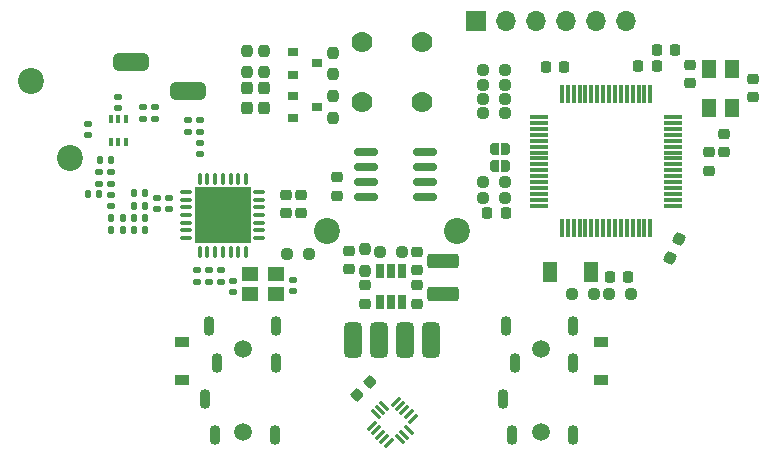
<source format=gts>
G04 #@! TF.GenerationSoftware,KiCad,Pcbnew,(6.0.0)*
G04 #@! TF.CreationDate,2022-01-15T05:03:17-05:00*
G04 #@! TF.ProjectId,spin-tgd-control,7370696e-2d74-4676-942d-636f6e74726f,rev?*
G04 #@! TF.SameCoordinates,Original*
G04 #@! TF.FileFunction,Soldermask,Top*
G04 #@! TF.FilePolarity,Negative*
%FSLAX46Y46*%
G04 Gerber Fmt 4.6, Leading zero omitted, Abs format (unit mm)*
G04 Created by KiCad (PCBNEW (6.0.0)) date 2022-01-15 05:03:17*
%MOMM*%
%LPD*%
G01*
G04 APERTURE LIST*
G04 Aperture macros list*
%AMRoundRect*
0 Rectangle with rounded corners*
0 $1 Rounding radius*
0 $2 $3 $4 $5 $6 $7 $8 $9 X,Y pos of 4 corners*
0 Add a 4 corners polygon primitive as box body*
4,1,4,$2,$3,$4,$5,$6,$7,$8,$9,$2,$3,0*
0 Add four circle primitives for the rounded corners*
1,1,$1+$1,$2,$3*
1,1,$1+$1,$4,$5*
1,1,$1+$1,$6,$7*
1,1,$1+$1,$8,$9*
0 Add four rect primitives between the rounded corners*
20,1,$1+$1,$2,$3,$4,$5,0*
20,1,$1+$1,$4,$5,$6,$7,0*
20,1,$1+$1,$6,$7,$8,$9,0*
20,1,$1+$1,$8,$9,$2,$3,0*%
%AMRotRect*
0 Rectangle, with rotation*
0 The origin of the aperture is its center*
0 $1 length*
0 $2 width*
0 $3 Rotation angle, in degrees counterclockwise*
0 Add horizontal line*
21,1,$1,$2,0,0,$3*%
%AMFreePoly0*
4,1,13,0.500000,-0.500000,0.000000,-0.500000,-0.095671,-0.480970,-0.176777,-0.426777,-0.230970,-0.345671,-0.250000,-0.250000,-0.250000,0.250000,-0.230970,0.345671,-0.176777,0.426777,-0.095671,0.480970,0.000000,0.500000,0.500000,0.500000,0.500000,-0.500000,0.500000,-0.500000,$1*%
%AMFreePoly1*
4,1,13,0.095671,0.480970,0.176777,0.426777,0.230970,0.345671,0.250000,0.250000,0.250000,-0.250000,0.230970,-0.345671,0.176777,-0.426777,0.095671,-0.480970,0.000000,-0.500000,-0.500000,-0.500000,-0.500000,0.500000,0.000000,0.500000,0.095671,0.480970,0.095671,0.480970,$1*%
G04 Aperture macros list end*
%ADD10RoundRect,0.225000X-0.225000X-0.250000X0.225000X-0.250000X0.225000X0.250000X-0.225000X0.250000X0*%
%ADD11RoundRect,0.225000X0.250000X-0.225000X0.250000X0.225000X-0.250000X0.225000X-0.250000X-0.225000X0*%
%ADD12RoundRect,0.225000X-0.250000X0.225000X-0.250000X-0.225000X0.250000X-0.225000X0.250000X0.225000X0*%
%ADD13RoundRect,0.140000X0.170000X-0.140000X0.170000X0.140000X-0.170000X0.140000X-0.170000X-0.140000X0*%
%ADD14RoundRect,0.140000X-0.170000X0.140000X-0.170000X-0.140000X0.170000X-0.140000X0.170000X0.140000X0*%
%ADD15RoundRect,0.250000X1.075000X-0.375000X1.075000X0.375000X-1.075000X0.375000X-1.075000X-0.375000X0*%
%ADD16R,0.900000X0.800000*%
%ADD17RoundRect,0.237500X0.250000X0.237500X-0.250000X0.237500X-0.250000X-0.237500X0.250000X-0.237500X0*%
%ADD18RoundRect,0.237500X-0.237500X0.250000X-0.237500X-0.250000X0.237500X-0.250000X0.237500X0.250000X0*%
%ADD19R,0.650000X1.220000*%
%ADD20RotRect,1.000000X0.300000X45.000000*%
%ADD21RotRect,0.300000X1.000000X45.000000*%
%ADD22RoundRect,0.075000X0.075000X-0.425000X0.075000X0.425000X-0.075000X0.425000X-0.075000X-0.425000X0*%
%ADD23RoundRect,0.075000X0.425000X-0.075000X0.425000X0.075000X-0.425000X0.075000X-0.425000X-0.075000X0*%
%ADD24R,4.800000X4.800000*%
%ADD25R,1.400000X1.200000*%
%ADD26C,1.778000*%
%ADD27RoundRect,0.237500X-0.098116X0.330574X-0.325112X-0.114929X0.098116X-0.330574X0.325112X0.114929X0*%
%ADD28C,2.200000*%
%ADD29R,1.300000X1.600000*%
%ADD30RoundRect,0.140000X0.140000X0.170000X-0.140000X0.170000X-0.140000X-0.170000X0.140000X-0.170000X0*%
%ADD31R,1.200000X0.900000*%
%ADD32RoundRect,0.375000X1.125000X-0.375000X1.125000X0.375000X-1.125000X0.375000X-1.125000X-0.375000X0*%
%ADD33C,1.500000*%
%ADD34O,0.900000X1.700000*%
%ADD35RoundRect,0.150000X-0.825000X-0.150000X0.825000X-0.150000X0.825000X0.150000X-0.825000X0.150000X0*%
%ADD36RoundRect,0.375000X-0.375000X-1.125000X0.375000X-1.125000X0.375000X1.125000X-0.375000X1.125000X0*%
%ADD37RoundRect,0.147500X0.172500X-0.147500X0.172500X0.147500X-0.172500X0.147500X-0.172500X-0.147500X0*%
%ADD38R,1.700000X1.700000*%
%ADD39O,1.700000X1.700000*%
%ADD40RoundRect,0.135000X0.185000X-0.135000X0.185000X0.135000X-0.185000X0.135000X-0.185000X-0.135000X0*%
%ADD41RoundRect,0.225000X0.225000X0.250000X-0.225000X0.250000X-0.225000X-0.250000X0.225000X-0.250000X0*%
%ADD42R,1.300000X1.700000*%
%ADD43RoundRect,0.147500X-0.147500X-0.172500X0.147500X-0.172500X0.147500X0.172500X-0.147500X0.172500X0*%
%ADD44RoundRect,0.237500X-0.250000X-0.237500X0.250000X-0.237500X0.250000X0.237500X-0.250000X0.237500X0*%
%ADD45FreePoly0,0.000000*%
%ADD46FreePoly1,0.000000*%
%ADD47RoundRect,0.237500X0.237500X-0.287500X0.237500X0.287500X-0.237500X0.287500X-0.237500X-0.287500X0*%
%ADD48RoundRect,0.147500X0.147500X0.172500X-0.147500X0.172500X-0.147500X-0.172500X0.147500X-0.172500X0*%
%ADD49RoundRect,0.075000X0.700000X0.075000X-0.700000X0.075000X-0.700000X-0.075000X0.700000X-0.075000X0*%
%ADD50RoundRect,0.075000X0.075000X0.700000X-0.075000X0.700000X-0.075000X-0.700000X0.075000X-0.700000X0*%
%ADD51R,0.400000X0.650000*%
%ADD52RoundRect,0.225000X0.017678X-0.335876X0.335876X-0.017678X-0.017678X0.335876X-0.335876X0.017678X0*%
G04 APERTURE END LIST*
D10*
X18412500Y-22900000D03*
X19962500Y-22900000D03*
D11*
X-2300000Y-25135000D03*
X-2300000Y-23585000D03*
D12*
X2100000Y-23585000D03*
X2100000Y-25135000D03*
D11*
X-3662500Y-22222500D03*
X-3662500Y-20672500D03*
D12*
X2100000Y-20785000D03*
X2100000Y-22335000D03*
D13*
X-8400000Y-24080000D03*
X-8400000Y-23120000D03*
X-13500000Y-24180000D03*
X-13500000Y-23220000D03*
D14*
X-14489500Y-22320000D03*
X-14489500Y-23280000D03*
X-15500000Y-22320000D03*
X-15500000Y-23280000D03*
X-16500000Y-22320000D03*
X-16500000Y-23280000D03*
D13*
X-18900000Y-17130000D03*
X-18900000Y-16170000D03*
X-19900000Y-17120000D03*
X-19900000Y-16160000D03*
D15*
X4306500Y-24356000D03*
X4306500Y-21556000D03*
D16*
X-8400000Y-3850000D03*
X-8400000Y-5750000D03*
X-6400000Y-4800000D03*
X-8400000Y-7550000D03*
X-8400000Y-9450000D03*
X-6400000Y-8500000D03*
D17*
X20212500Y-24300000D03*
X18387500Y-24300000D03*
X17062500Y-24300000D03*
X15237500Y-24300000D03*
X9512500Y-7800000D03*
X7687500Y-7800000D03*
X9512500Y-5400000D03*
X7687500Y-5400000D03*
D18*
X-5000000Y-3887500D03*
X-5000000Y-5712500D03*
X-5000000Y-7587500D03*
X-5000000Y-9412500D03*
D17*
X812500Y-20760000D03*
X-1012500Y-20760000D03*
D18*
X-2300000Y-20547500D03*
X-2300000Y-22372500D03*
D17*
X-7087500Y-20900000D03*
X-8912500Y-20900000D03*
D19*
X850000Y-22350000D03*
X-100000Y-22350000D03*
X-1050000Y-22350000D03*
X-1050000Y-24970000D03*
X-100000Y-24970000D03*
X850000Y-24970000D03*
D20*
X-1732412Y-35518198D03*
X-1378858Y-35871751D03*
X-1025305Y-36225305D03*
X-671751Y-36578858D03*
X-318198Y-36932412D03*
D21*
X671751Y-36578858D03*
X1025305Y-36225305D03*
X1378858Y-35871751D03*
D20*
X1732412Y-34881802D03*
X1378858Y-34528249D03*
X1025305Y-34174695D03*
X671751Y-33821142D03*
X318198Y-33467588D03*
D21*
X-671751Y-33821142D03*
X-1025305Y-34174695D03*
X-1378858Y-34528249D03*
D22*
X-16300000Y-20750000D03*
X-15650000Y-20750000D03*
X-15000000Y-20750000D03*
X-14350000Y-20750000D03*
X-13700000Y-20750000D03*
X-13050000Y-20750000D03*
X-12400000Y-20750000D03*
D23*
X-11250000Y-19600000D03*
X-11250000Y-18950000D03*
X-11250000Y-18300000D03*
X-11250000Y-17650000D03*
X-11250000Y-17000000D03*
X-11250000Y-16350000D03*
X-11250000Y-15700000D03*
D22*
X-12400000Y-14550000D03*
X-13050000Y-14550000D03*
X-13700000Y-14550000D03*
X-14350000Y-14550000D03*
X-15000000Y-14550000D03*
X-15650000Y-14550000D03*
X-16300000Y-14550000D03*
D23*
X-17450000Y-15700000D03*
X-17450000Y-16350000D03*
X-17450000Y-17000000D03*
X-17450000Y-17650000D03*
X-17450000Y-18300000D03*
X-17450000Y-18950000D03*
X-17450000Y-19600000D03*
D24*
X-14350000Y-17650000D03*
D25*
X-9850000Y-22650000D03*
X-12050000Y-22650000D03*
X-12050000Y-24350000D03*
X-9850000Y-24350000D03*
D26*
X2514000Y-3014000D03*
X-2566000Y-3014000D03*
X-2566000Y-8094000D03*
X2514000Y-8094000D03*
D14*
X-17300000Y-9620000D03*
X-17300000Y-10580000D03*
D27*
X24314266Y-19686957D03*
X23485734Y-21313043D03*
D28*
X5500000Y-19000000D03*
D12*
X-9000000Y-15925000D03*
X-9000000Y-17475000D03*
D29*
X28800000Y-8550000D03*
X28800000Y-5250000D03*
X26800000Y-5250000D03*
X26800000Y-8550000D03*
D30*
X-22820000Y-18900000D03*
X-23780000Y-18900000D03*
D13*
X-16300000Y-10580000D03*
X-16300000Y-9620000D03*
D12*
X30500000Y-6125000D03*
X30500000Y-7675000D03*
D18*
X-10900000Y-3718750D03*
X-10900000Y-5543750D03*
D31*
X17700000Y-28350000D03*
X17700000Y-31650000D03*
D12*
X28100000Y-10775000D03*
X28100000Y-12325000D03*
D11*
X25200000Y-6475000D03*
X25200000Y-4925000D03*
D32*
X-22100000Y-4700000D03*
D13*
X-25800000Y-10880000D03*
X-25800000Y-9920000D03*
D33*
X12600000Y-36000000D03*
X12600000Y-29000000D03*
D34*
X15300000Y-36300000D03*
X10170000Y-36300000D03*
X15340000Y-27000000D03*
X9640000Y-27000000D03*
X10390000Y-30200000D03*
X15340000Y-30200000D03*
X9350000Y-33250000D03*
D35*
X-2200000Y-12320000D03*
X-2200000Y-13590000D03*
X-2200000Y-14860000D03*
X-2200000Y-16130000D03*
X2750000Y-16130000D03*
X2750000Y-14860000D03*
X2750000Y-13590000D03*
X2750000Y-12320000D03*
D30*
X-22820000Y-17900000D03*
X-23780000Y-17900000D03*
D36*
X-1100000Y-28250000D03*
D37*
X-23800000Y-16885000D03*
X-23800000Y-15915000D03*
D12*
X-4700000Y-14450000D03*
X-4700000Y-16000000D03*
D38*
X7100000Y-1200000D03*
D39*
X9640000Y-1200000D03*
X12180000Y-1200000D03*
X14720000Y-1200000D03*
X17260000Y-1200000D03*
X19800000Y-1200000D03*
D31*
X-17800000Y-28350000D03*
X-17800000Y-31650000D03*
D30*
X-23820000Y-13000000D03*
X-24780000Y-13000000D03*
D40*
X-20100000Y-9510000D03*
X-20100000Y-8490000D03*
D37*
X-23800000Y-14985000D03*
X-23800000Y-14015000D03*
D28*
X-30550000Y-6300000D03*
D41*
X23925000Y-3700000D03*
X22375000Y-3700000D03*
D17*
X9512500Y-6600000D03*
X7687500Y-6600000D03*
D42*
X16850000Y-22500000D03*
X13350000Y-22500000D03*
D43*
X-21905000Y-17900000D03*
X-20935000Y-17900000D03*
D44*
X7687500Y-14850000D03*
X9512500Y-14850000D03*
D45*
X8550000Y-12050000D03*
D46*
X9750000Y-12050000D03*
D36*
X-3300000Y-28250000D03*
D28*
X-27300000Y-12850000D03*
D30*
X-24820000Y-15900000D03*
X-25780000Y-15900000D03*
D12*
X26800000Y-12325000D03*
X26800000Y-13875000D03*
D18*
X-12300000Y-3718750D03*
X-12300000Y-5543750D03*
D36*
X3300000Y-28250000D03*
D17*
X9537500Y-16175000D03*
X7712500Y-16175000D03*
D32*
X-17300000Y-7100000D03*
D47*
X-10900000Y-8606250D03*
X-10900000Y-6856250D03*
D45*
X8550000Y-13450000D03*
D46*
X9750000Y-13450000D03*
D47*
X-12300000Y-8606250D03*
X-12300000Y-6856250D03*
D41*
X9600000Y-17500000D03*
X8050000Y-17500000D03*
D17*
X9512500Y-9000000D03*
X7687500Y-9000000D03*
D13*
X-24800000Y-14980000D03*
X-24800000Y-14020000D03*
X-23200000Y-8580000D03*
X-23200000Y-7620000D03*
D36*
X1100000Y-28250000D03*
D48*
X-20915000Y-18950000D03*
X-21885000Y-18950000D03*
D30*
X-20920000Y-16850000D03*
X-21880000Y-16850000D03*
D10*
X20825000Y-5000000D03*
X22375000Y-5000000D03*
D30*
X-20920000Y-15800000D03*
X-21880000Y-15800000D03*
D33*
X-12600000Y-29000000D03*
X-12600000Y-36000000D03*
D34*
X-9900000Y-36300000D03*
X-15030000Y-36300000D03*
X-9860000Y-27000000D03*
X-15560000Y-27000000D03*
X-14810000Y-30200000D03*
X-9860000Y-30200000D03*
X-15850000Y-33250000D03*
D49*
X23775000Y-16850000D03*
X23775000Y-16350000D03*
X23775000Y-15850000D03*
X23775000Y-15350000D03*
X23775000Y-14850000D03*
X23775000Y-14350000D03*
X23775000Y-13850000D03*
X23775000Y-13350000D03*
X23775000Y-12850000D03*
X23775000Y-12350000D03*
X23775000Y-11850000D03*
X23775000Y-11350000D03*
X23775000Y-10850000D03*
X23775000Y-10350000D03*
X23775000Y-9850000D03*
X23775000Y-9350000D03*
D50*
X21850000Y-7425000D03*
X21350000Y-7425000D03*
X20850000Y-7425000D03*
X20350000Y-7425000D03*
X19850000Y-7425000D03*
X19350000Y-7425000D03*
X18850000Y-7425000D03*
X18350000Y-7425000D03*
X17850000Y-7425000D03*
X17350000Y-7425000D03*
X16850000Y-7425000D03*
X16350000Y-7425000D03*
X15850000Y-7425000D03*
X15350000Y-7425000D03*
X14850000Y-7425000D03*
X14350000Y-7425000D03*
D49*
X12425000Y-9350000D03*
X12425000Y-9850000D03*
X12425000Y-10350000D03*
X12425000Y-10850000D03*
X12425000Y-11350000D03*
X12425000Y-11850000D03*
X12425000Y-12350000D03*
X12425000Y-12850000D03*
X12425000Y-13350000D03*
X12425000Y-13850000D03*
X12425000Y-14350000D03*
X12425000Y-14850000D03*
X12425000Y-15350000D03*
X12425000Y-15850000D03*
X12425000Y-16350000D03*
X12425000Y-16850000D03*
D50*
X14350000Y-18775000D03*
X14850000Y-18775000D03*
X15350000Y-18775000D03*
X15850000Y-18775000D03*
X16350000Y-18775000D03*
X16850000Y-18775000D03*
X17350000Y-18775000D03*
X17850000Y-18775000D03*
X18350000Y-18775000D03*
X18850000Y-18775000D03*
X19350000Y-18775000D03*
X19850000Y-18775000D03*
X20350000Y-18775000D03*
X20850000Y-18775000D03*
X21350000Y-18775000D03*
X21850000Y-18775000D03*
D41*
X14575000Y-5100000D03*
X13025000Y-5100000D03*
D51*
X-23850000Y-11450000D03*
X-23200000Y-11450000D03*
X-22550000Y-11450000D03*
X-22550000Y-9550000D03*
X-23200000Y-9550000D03*
X-23850000Y-9550000D03*
D52*
X-2973008Y-32898008D03*
X-1876992Y-31801992D03*
D28*
X-5500000Y-19000000D03*
D14*
X-21100000Y-8520000D03*
X-21100000Y-9480000D03*
D12*
X-7700000Y-15925000D03*
X-7700000Y-17475000D03*
D37*
X-16300000Y-12485000D03*
X-16300000Y-11515000D03*
M02*

</source>
